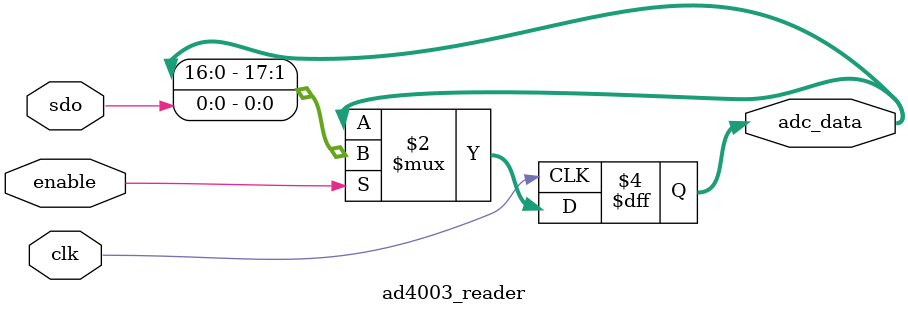
<source format=v>
`timescale 100ps / 1ps


module ad4003_reader(
    input clk,
    input enable,
    input sdo,
    output reg [17:0]adc_data
    );
     
    //warning this crosses clock domains but "should be fine"(tm) given that the signals 
    //are read by a slightly delayed clock that's always in phase with the first clock domain
    //will move this block to its own place since it has to be instantiated 48 times
    // need to add constraints to this
    always @(posedge clk) // read data from adc, read clock is delayed by 47ns (wait for 4 clock cycles and delay clock for 94 degrees)
        if(enable)
            adc_data<={adc_data[16:0],sdo};
        
endmodule

</source>
